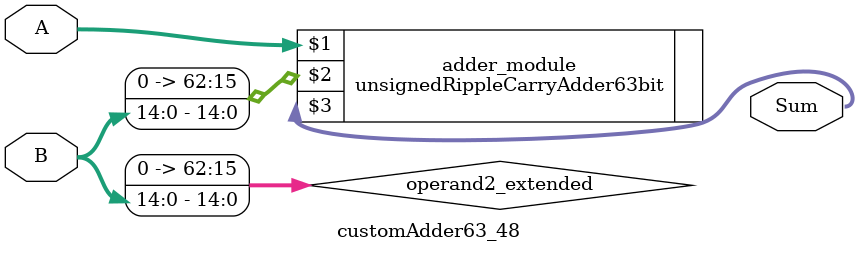
<source format=v>
module customAdder63_48(
                        input [62 : 0] A,
                        input [14 : 0] B,
                        
                        output [63 : 0] Sum
                );

        wire [62 : 0] operand2_extended;
        
        assign operand2_extended =  {48'b0, B};
        
        unsignedRippleCarryAdder63bit adder_module(
            A,
            operand2_extended,
            Sum
        );
        
        endmodule
        
</source>
